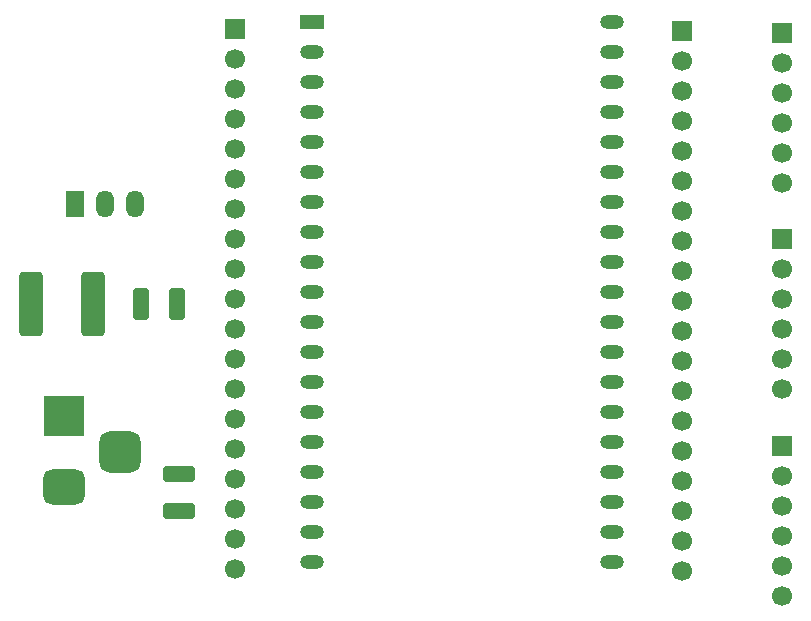
<source format=gbr>
%TF.GenerationSoftware,KiCad,Pcbnew,9.0.5*%
%TF.CreationDate,2026-01-27T18:20:27+09:00*%
%TF.ProjectId,esp_serial_bridge_pcb,6573705f-7365-4726-9961-6c5f62726964,V1.0*%
%TF.SameCoordinates,Original*%
%TF.FileFunction,Soldermask,Top*%
%TF.FilePolarity,Negative*%
%FSLAX46Y46*%
G04 Gerber Fmt 4.6, Leading zero omitted, Abs format (unit mm)*
G04 Created by KiCad (PCBNEW 9.0.5) date 2026-01-27 18:20:27*
%MOMM*%
%LPD*%
G01*
G04 APERTURE LIST*
G04 Aperture macros list*
%AMRoundRect*
0 Rectangle with rounded corners*
0 $1 Rounding radius*
0 $2 $3 $4 $5 $6 $7 $8 $9 X,Y pos of 4 corners*
0 Add a 4 corners polygon primitive as box body*
4,1,4,$2,$3,$4,$5,$6,$7,$8,$9,$2,$3,0*
0 Add four circle primitives for the rounded corners*
1,1,$1+$1,$2,$3*
1,1,$1+$1,$4,$5*
1,1,$1+$1,$6,$7*
1,1,$1+$1,$8,$9*
0 Add four rect primitives between the rounded corners*
20,1,$1+$1,$2,$3,$4,$5,0*
20,1,$1+$1,$4,$5,$6,$7,0*
20,1,$1+$1,$6,$7,$8,$9,0*
20,1,$1+$1,$8,$9,$2,$3,0*%
G04 Aperture macros list end*
%ADD10R,1.500000X2.300000*%
%ADD11O,1.500000X2.300000*%
%ADD12O,2.000000X1.200000*%
%ADD13R,2.000000X1.200000*%
%ADD14R,3.500000X3.500000*%
%ADD15RoundRect,0.750000X1.000000X-0.750000X1.000000X0.750000X-1.000000X0.750000X-1.000000X-0.750000X0*%
%ADD16RoundRect,0.875000X0.875000X-0.875000X0.875000X0.875000X-0.875000X0.875000X-0.875000X-0.875000X0*%
%ADD17R,1.700000X1.700000*%
%ADD18C,1.700000*%
%ADD19RoundRect,0.250000X1.100000X-0.412500X1.100000X0.412500X-1.100000X0.412500X-1.100000X-0.412500X0*%
%ADD20RoundRect,0.250000X0.412500X1.100000X-0.412500X1.100000X-0.412500X-1.100000X0.412500X-1.100000X0*%
%ADD21RoundRect,0.249999X-0.737501X-2.450001X0.737501X-2.450001X0.737501X2.450001X-0.737501X2.450001X0*%
G04 APERTURE END LIST*
D10*
%TO.C,U2*%
X102235000Y-91500000D03*
D11*
X104775000Y-91500000D03*
X107315000Y-91500000D03*
%TD*%
D12*
%TO.C,U1*%
X147700000Y-76100000D03*
X147700000Y-78640000D03*
X147700000Y-81180000D03*
X147700000Y-83720000D03*
X147700000Y-86260000D03*
X147700000Y-88800000D03*
X147700000Y-91340000D03*
X147700000Y-93880000D03*
X147700000Y-96420000D03*
X147700000Y-98960000D03*
X147700000Y-101500000D03*
X147700000Y-104040000D03*
X147700000Y-106580000D03*
X147700000Y-109120000D03*
X147700000Y-111660000D03*
X147700000Y-114200000D03*
X147700000Y-116740000D03*
X147696320Y-119277280D03*
X147696320Y-121817280D03*
X122300000Y-121820000D03*
X122300000Y-119280000D03*
X122300000Y-116740000D03*
X122300000Y-114200000D03*
X122300000Y-111660000D03*
X122300000Y-109120000D03*
X122300000Y-106580000D03*
X122300000Y-104040000D03*
X122300000Y-101500000D03*
X122300000Y-98960000D03*
X122300000Y-96420000D03*
X122300000Y-93880000D03*
X122300000Y-91340000D03*
X122300000Y-88800000D03*
X122300000Y-86260000D03*
X122300000Y-83720000D03*
X122300000Y-81180000D03*
X122300000Y-78640000D03*
D13*
X122300000Y-76100000D03*
%TD*%
D14*
%TO.C,J6*%
X101300000Y-109500000D03*
D15*
X101300000Y-115500000D03*
D16*
X106000000Y-112500000D03*
%TD*%
D17*
%TO.C,J5*%
X162100000Y-112040000D03*
D18*
X162100000Y-114580000D03*
X162100000Y-117120000D03*
X162100000Y-119660000D03*
X162100000Y-122200000D03*
X162100000Y-124740000D03*
%TD*%
D17*
%TO.C,J4*%
X162100000Y-94540000D03*
D18*
X162100000Y-97080000D03*
X162100000Y-99620000D03*
X162100000Y-102160000D03*
X162100000Y-104700000D03*
X162100000Y-107240000D03*
%TD*%
D17*
%TO.C,J3*%
X162100000Y-77040000D03*
D18*
X162100000Y-79580000D03*
X162100000Y-82120000D03*
X162100000Y-84660000D03*
X162100000Y-87200000D03*
X162100000Y-89740000D03*
%TD*%
D17*
%TO.C,J2*%
X115800000Y-76720000D03*
D18*
X115800000Y-79260000D03*
X115800000Y-81800000D03*
X115800000Y-84340000D03*
X115800000Y-86880000D03*
X115800000Y-89420000D03*
X115800000Y-91960000D03*
X115800000Y-94500000D03*
X115800000Y-97040000D03*
X115800000Y-99580000D03*
X115800000Y-102120000D03*
X115800000Y-104660000D03*
X115800000Y-107200000D03*
X115800000Y-109740000D03*
X115800000Y-112280000D03*
X115800000Y-114820000D03*
X115800000Y-117360000D03*
X115800000Y-119900000D03*
X115800000Y-122440000D03*
%TD*%
D17*
%TO.C,J1*%
X153600000Y-76880000D03*
D18*
X153600000Y-79420000D03*
X153600000Y-81960000D03*
X153600000Y-84500000D03*
X153600000Y-87040000D03*
X153600000Y-89580000D03*
X153600000Y-92120000D03*
X153600000Y-94660000D03*
X153600000Y-97200000D03*
X153600000Y-99740000D03*
X153600000Y-102280000D03*
X153600000Y-104820000D03*
X153600000Y-107360000D03*
X153600000Y-109900000D03*
X153600000Y-112440000D03*
X153600000Y-114980000D03*
X153600000Y-117520000D03*
X153600000Y-120060000D03*
X153600000Y-122600000D03*
%TD*%
D19*
%TO.C,C3*%
X111000000Y-117562500D03*
X111000000Y-114437500D03*
%TD*%
D20*
%TO.C,C2*%
X110900000Y-100000000D03*
X107775000Y-100000000D03*
%TD*%
D21*
%TO.C,C1*%
X98500000Y-100000000D03*
X103775000Y-100000000D03*
%TD*%
M02*

</source>
